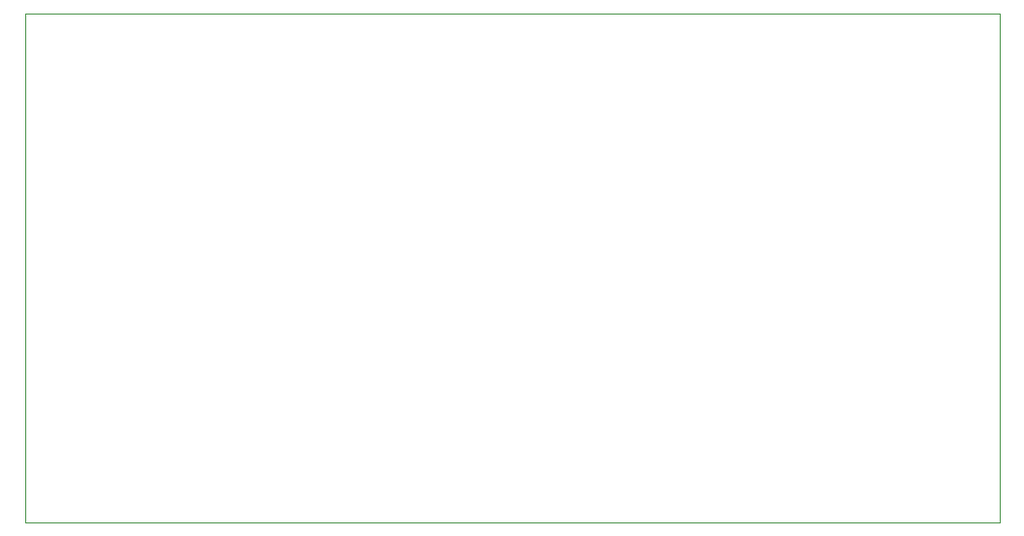
<source format=gbr>
%TF.GenerationSoftware,KiCad,Pcbnew,8.0.2*%
%TF.CreationDate,2024-07-03T12:32:50+02:00*%
%TF.ProjectId,OSSD_TEST_PCB,4f535344-5f54-4455-9354-5f5043422e6b,rev?*%
%TF.SameCoordinates,Original*%
%TF.FileFunction,Profile,NP*%
%FSLAX46Y46*%
G04 Gerber Fmt 4.6, Leading zero omitted, Abs format (unit mm)*
G04 Created by KiCad (PCBNEW 8.0.2) date 2024-07-03 12:32:50*
%MOMM*%
%LPD*%
G01*
G04 APERTURE LIST*
%TA.AperFunction,Profile*%
%ADD10C,0.100000*%
%TD*%
G04 APERTURE END LIST*
D10*
X111000000Y-80000000D02*
X196000000Y-80000000D01*
X196000000Y-124500000D01*
X111000000Y-124500000D01*
X111000000Y-80000000D01*
M02*

</source>
